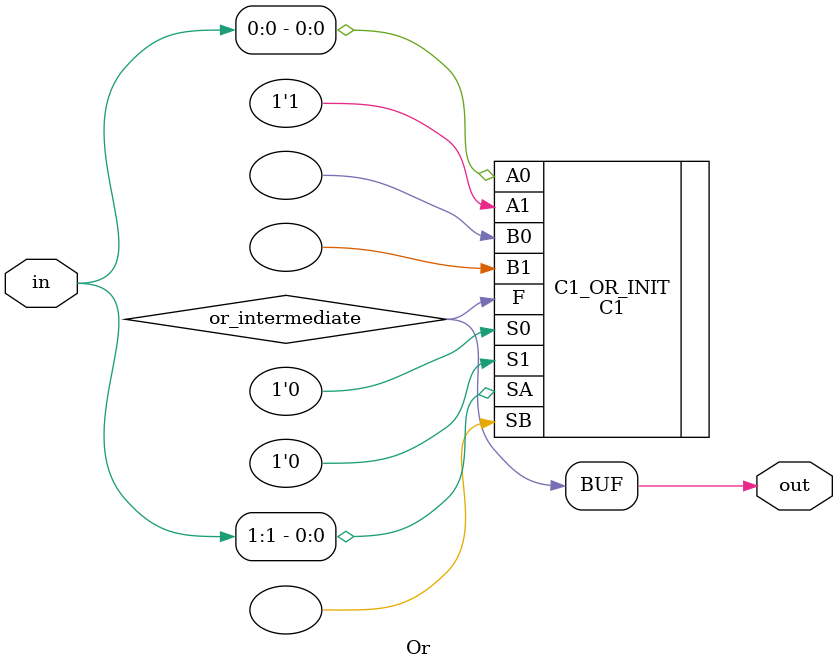
<source format=v>
module Or #(parameter N = 2)(in, out);
    input [N-1:0] in;
    output out;
    wire [N-2:0] or_intermediate;

    genvar i;
    generate
        C1 C1_OR_INIT(.A0(in[0]), .A1(1'b1), .SA(in[1]), .B0(),
                    .B1(), .SB(), .S0(1'b0), .S1(1'b0), .F(or_intermediate[0]));
        for (i = 1; i < N-1; i = i + 1)
        begin
            C1 C1_OR(.A0(or_intermediate[i-1]), .A1(1'b1), .SA(in[i+1]), .B0(),
                    .B1(), .SB(), .S0(1'b0), .S1(1'b0), .F(or_intermediate[i]));
        end
    endgenerate
    assign out = or_intermediate[N-2];
endmodule

</source>
